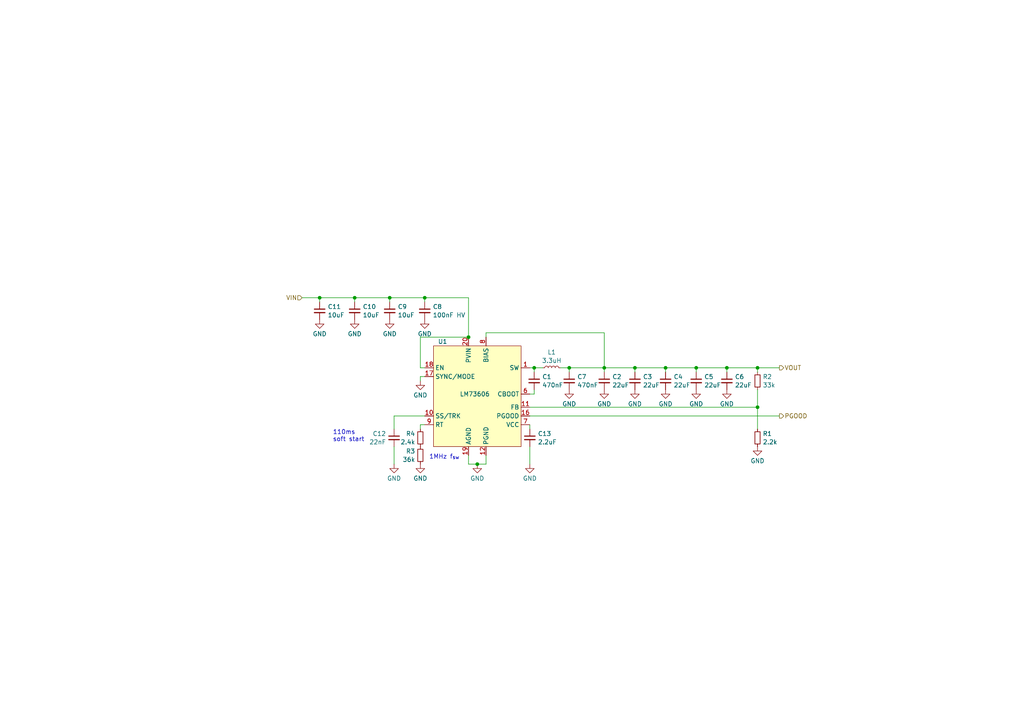
<source format=kicad_sch>
(kicad_sch (version 20230121) (generator eeschema)
  (paper "A4")
  (lib_symbols
    (symbol "Device:C_Small" (pin_numbers hide) (pin_names (offset 0.254) hide)
      (property "Reference" "C" (at 0.254 1.778 0))
      (property "Value" "C_Small" (at 0.254 -2.032 0))
      (symbol "C_Small_0_1"
        (polyline (pts (xy -1.524 -0.508) (xy 1.524 -0.508)) (stroke (width 0.3302)))
        (polyline (pts (xy -1.524 0.508) (xy 1.524 0.508)) (stroke (width 0.3048)))
      )
      (symbol "C_Small_1_1"
        (pin passive line (at 0 2.54 270) (length 2.032) (name "~") (number "1"))
        (pin passive line (at 0 -2.54 90) (length 2.032) (name "~") (number "2"))
      )
    )
    (symbol "Device:L_Small" (pin_numbers hide) (pin_names (offset 0.254) hide)
      (property "Reference" "L" (at 0.762 1.016 0))
      (property "Value" "L_Small" (at 0.762 -1.016 0))
      (symbol "L_Small_0_1"
        (arc (start 0 -2.032) (mid 0.5058 -1.524) (end 0 -1.016))
        (arc (start 0 -1.016) (mid 0.5058 -0.508) (end 0 0))
        (arc (start 0 0) (mid 0.5058 0.508) (end 0 1.016))
        (arc (start 0 1.016) (mid 0.5058 1.524) (end 0 2.032))
      )
      (symbol "L_Small_1_1"
        (pin passive line (at 0 2.54 270) (length 0.508) (name "~") (number "1"))
        (pin passive line (at 0 -2.54 90) (length 0.508) (name "~") (number "2"))
      )
    )
    (symbol "Device:R_Small" (pin_numbers hide) (pin_names (offset 0.254) hide)
      (property "Reference" "R" (at 0.762 0.508 0))
      (property "Value" "R_Small" (at 0.762 -1.016 0))
      (symbol "R_Small_0_1"
        (rectangle (start -0.762 1.778) (end 0.762 -1.778) (stroke (width 0.2032)))
      )
      (symbol "R_Small_1_1"
        (pin passive line (at 0 2.54 270) (length 0.762) (name "~") (number "1"))
        (pin passive line (at 0 -2.54 90) (length 0.762) (name "~") (number "2"))
      )
    )
    (symbol "Power_Management_TI:LM73606"
      (property "Reference" "U" (at -11.43 15.24 0))
      (property "Value" "LM73606" (at 0 0 0))
      (symbol "LM73606_0_0"
        (pin output line (at 15.24 7.62 180) (length 2.54) (name "SW") (number "1"))
        (pin input line (at -15.24 -6.35 0) (length 2.54) (name "SS/TRK") (number "10"))
        (pin input line (at 15.24 -3.81 180) (length 2.54) (name "FB") (number "11"))
        (pin power_in line (at 2.54 -17.78 90) (length 2.54) (name "PGND") (number "12"))
        (pin output line (at 15.24 -6.35 180) (length 2.54) (name "PGOOD") (number "16"))
        (pin input line (at -15.24 5.08 0) (length 2.54) (name "SYNC/MODE") (number "17"))
        (pin input line (at -15.24 7.62 0) (length 2.54) (name "EN") (number "18"))
        (pin power_in line (at -2.54 -17.78 90) (length 2.54) (name "AGND") (number "19"))
        (pin power_in line (at -2.54 16.51 270) (length 2.54) (name "PVIN") (number "20"))
        (pin power_in line (at 15.24 0 180) (length 2.54) (name "CBOOT") (number "6"))
        (pin power_in line (at 2.54 16.51 270) (length 2.54) (name "BIAS") (number "8"))
        (pin input line (at -15.24 -8.89 0) (length 2.54) (name "RT") (number "9"))
      )
      (symbol "LM73606_1_0"
        (pin power_in line (at 2.54 -17.78 90) (length 2.54) hide (name "PGND") (number "13"))
        (pin power_in line (at 2.54 -17.78 90) (length 2.54) hide (name "PGND") (number "14"))
        (pin power_in line (at 2.54 -17.78 90) (length 2.54) hide (name "PGND") (number "15"))
        (pin passive line (at 15.24 7.62 180) (length 2.54) hide (name "SW") (number "2"))
        (pin power_in line (at -2.54 16.51 270) (length 2.54) hide (name "PVIN") (number "21"))
        (pin power_in line (at -2.54 16.51 270) (length 2.54) hide (name "PVIN") (number "22"))
        (pin power_in line (at 2.54 -17.78 90) (length 2.54) hide (name "PGND") (number "23"))
        (pin power_in line (at 2.54 -17.78 90) (length 2.54) hide (name "PGND") (number "24"))
        (pin power_in line (at 2.54 -17.78 90) (length 2.54) hide (name "PGND") (number "25"))
        (pin power_in line (at 2.54 -17.78 90) (length 2.54) hide (name "PGND") (number "26"))
        (pin power_in line (at 2.54 -17.78 90) (length 2.54) hide (name "PGND") (number "27"))
        (pin power_in line (at 2.54 -17.78 90) (length 2.54) hide (name "PGND") (number "28"))
        (pin power_in line (at 2.54 -17.78 90) (length 2.54) hide (name "PGND") (number "29"))
        (pin passive line (at 15.24 7.62 180) (length 2.54) hide (name "SW") (number "3"))
        (pin power_in line (at 2.54 -17.78 90) (length 2.54) hide (name "PGND") (number "30"))
        (pin power_in line (at 2.54 -17.78 90) (length 2.54) hide (name "PGND") (number "31"))
        (pin passive line (at 15.24 7.62 180) (length 2.54) hide (name "SW") (number "4"))
        (pin passive line (at 15.24 7.62 180) (length 2.54) hide (name "SW") (number "5"))
        (pin power_out line (at 15.24 -8.89 180) (length 2.54) (name "VCC") (number "7"))
      )
      (symbol "LM73606_1_1"
        (rectangle (start -12.7 13.97) (end 12.7 -15.24) (fill (type background)))
      )
    )
    (symbol "power:GND" (power) (pin_names (offset 0))
      (property "Value" "GND" (at 0 -3.81 0))
      (symbol "GND_0_1"
        (polyline (pts (xy 0 0) (xy 0 -1.27) (xy 1.27 -1.27) (xy 0 -2.54) (xy -1.27 -1.27) (xy 0 -1.27)))
      )
      (symbol "GND_1_1"
        (pin power_in line (at 0 0 270) (length 0) hide (name "GND") (number "1"))
      )
    )
  )
  (junction (at 210.82 106.68))
  (junction (at 184.15 106.68))
  (junction (at 135.89 97.79))
  (junction (at 123.19 86.36))
  (junction (at 113.03 86.36))
  (junction (at 92.71 86.36))
  (junction (at 193.04 106.68))
  (junction (at 175.26 106.68))
  (junction (at 219.71 106.68))
  (junction (at 165.1 106.68))
  (junction (at 102.87 86.36))
  (junction (at 154.94 106.68))
  (junction (at 201.93 106.68))
  (junction (at 219.71 118.11))
  (junction (at 138.43 134.62))
  (wire (pts (xy 135.89 134.62) (xy 138.43 134.62)))
  (wire (pts (xy 153.67 123.19) (xy 153.67 124.46)))
  (wire (pts (xy 121.92 123.19) (xy 123.19 123.19)))
  (wire (pts (xy 175.26 96.52) (xy 175.26 106.68)))
  (wire (pts (xy 140.97 96.52) (xy 175.26 96.52)))
  (wire (pts (xy 114.3 129.54) (xy 114.3 134.62)))
  (wire (pts (xy 121.92 97.79) (xy 135.89 97.79)))
  (wire (pts (xy 102.87 86.36) (xy 102.87 87.63)))
  (wire (pts (xy 121.92 110.49) (xy 121.92 109.22)))
  (wire (pts (xy 184.15 106.68) (xy 184.15 107.95)))
  (wire (pts (xy 114.3 120.65) (xy 114.3 124.46)))
  (wire (pts (xy 154.94 106.68) (xy 154.94 107.95)))
  (wire (pts (xy 162.56 106.68) (xy 165.1 106.68)))
  (wire (pts (xy 113.03 86.36) (xy 102.87 86.36)))
  (wire (pts (xy 135.89 132.08) (xy 135.89 134.62)))
  (wire (pts (xy 210.82 106.68) (xy 210.82 107.95)))
  (wire (pts (xy 153.67 114.3) (xy 154.94 114.3)))
  (wire (pts (xy 153.67 106.68) (xy 154.94 106.68)))
  (wire (pts (xy 210.82 106.68) (xy 219.71 106.68)))
  (wire (pts (xy 201.93 106.68) (xy 201.93 107.95)))
  (wire (pts (xy 123.19 87.63) (xy 123.19 86.36)))
  (wire (pts (xy 121.92 109.22) (xy 123.19 109.22)))
  (wire (pts (xy 165.1 106.68) (xy 165.1 107.95)))
  (wire (pts (xy 219.71 113.03) (xy 219.71 118.11)))
  (wire (pts (xy 175.26 106.68) (xy 175.26 107.95)))
  (wire (pts (xy 113.03 86.36) (xy 113.03 87.63)))
  (wire (pts (xy 165.1 106.68) (xy 175.26 106.68)))
  (wire (pts (xy 123.19 86.36) (xy 135.89 86.36)))
  (wire (pts (xy 140.97 97.79) (xy 140.97 96.52)))
  (wire (pts (xy 193.04 106.68) (xy 201.93 106.68)))
  (wire (pts (xy 138.43 134.62) (xy 140.97 134.62)))
  (wire (pts (xy 113.03 86.36) (xy 123.19 86.36)))
  (wire (pts (xy 154.94 106.68) (xy 157.48 106.68)))
  (wire (pts (xy 123.19 120.65) (xy 114.3 120.65)))
  (wire (pts (xy 121.92 106.68) (xy 123.19 106.68)))
  (wire (pts (xy 219.71 106.68) (xy 226.06 106.68)))
  (wire (pts (xy 121.92 106.68) (xy 121.92 97.79)))
  (wire (pts (xy 153.67 129.54) (xy 153.67 134.62)))
  (wire (pts (xy 193.04 106.68) (xy 193.04 107.95)))
  (wire (pts (xy 175.26 106.68) (xy 184.15 106.68)))
  (wire (pts (xy 135.89 86.36) (xy 135.89 97.79)))
  (wire (pts (xy 92.71 86.36) (xy 92.71 87.63)))
  (wire (pts (xy 219.71 107.95) (xy 219.71 106.68)))
  (wire (pts (xy 184.15 106.68) (xy 193.04 106.68)))
  (wire (pts (xy 121.92 124.46) (xy 121.92 123.19)))
  (wire (pts (xy 201.93 106.68) (xy 210.82 106.68)))
  (wire (pts (xy 140.97 134.62) (xy 140.97 132.08)))
  (wire (pts (xy 102.87 86.36) (xy 92.71 86.36)))
  (wire (pts (xy 153.67 120.65) (xy 226.06 120.65)))
  (wire (pts (xy 153.67 118.11) (xy 219.71 118.11)))
  (wire (pts (xy 87.63 86.36) (xy 92.71 86.36)))
  (wire (pts (xy 219.71 118.11) (xy 219.71 124.46)))
  (wire (pts (xy 154.94 113.03) (xy 154.94 114.3)))
  (text "110ms\nsoft start" (at 96.52 128.27 0) (effects (font (size 1.27 1.27)) (justify left bottom)))
  (text "1MHz f_{sw}" (at 124.46 133.35 0) (effects (font (size 1.27 1.27)) (justify left bottom)))
  (hierarchical_label "VIN" (shape input) (at 87.63 86.36 180))
  (hierarchical_label "VOUT" (shape output) (at 226.06 106.68 0))
  (hierarchical_label "PGOOD" (shape output) (at 226.06 120.65 0))
  (symbol (lib_id "power:GND") (at 153.67 134.62 0) (unit 1)
    (property "Reference" "#PWR016" (effects hide))
    (property "Value" "GND" (at 153.67 138.7531 0))
    (instances (project "T41-USB-C-PSU" (path "" (reference "#PWR016") (unit 1)) (path "" (reference "#PWR09") (unit 1))))
  )
  (symbol (lib_id "Device:C_Small") (at 154.94 110.49 0) (unit 1)
    (property "Reference" "C1" (at 157.2641 109.2842 0) (effects (justify left)))
    (property "Value" "470nF" (at 157.2641 111.7084 0) (effects (justify left)))
    (property "Footprint" "Capacitor_SMD:C_0603_1608Metric" (effects hide))
    (property "LCSC" "C1623" (effects hide))
  )
  (symbol (lib_id "Device:C_Small") (at 201.93 110.49 0) (unit 1)
    (property "Reference" "C5" (at 204.2541 109.2842 0) (effects (justify left)))
    (property "Value" "22uF" (at 204.2541 111.7084 0) (effects (justify left)))
    (property "Footprint" "Capacitor_SMD:C_0805_2012Metric" (effects hide))
    (property "LCSC" "C45783" (effects hide))
  )
  (symbol (lib_id "power:GND") (at 121.92 110.49 0) (unit 1)
    (property "Reference" "#PWR07" (effects hide))
    (property "Value" "GND" (at 121.92 114.6231 0))
    (instances (project "T41-USB-C-PSU" (path "" (reference "#PWR07") (unit 1)) (path "" (reference "#PWR05") (unit 1))))
  )
  (symbol (lib_id "Device:R_Small") (at 219.71 110.49 0) (unit 1)
    (property "Reference" "R2" (at 221.2086 109.2779 0) (effects (justify left)))
    (property "Value" "33k" (at 221.2086 111.7021 0) (effects (justify left)))
    (property "Footprint" "Resistor_SMD:R_0402_1005Metric" (effects hide))
    (property "LCSC" "C25779" (effects hide))
  )
  (symbol (lib_id "Device:C_Small") (at 92.71 90.17 0) (unit 1)
    (property "Reference" "C11" (at 95.0341 88.9642 0) (effects (justify left)))
    (property "Value" "10uF" (at 95.0341 91.3884 0) (effects (justify left)))
    (property "Footprint" "Capacitor_SMD:C_0805_2012Metric" (effects hide))
    (property "LCSC" "C440198" (effects hide))
  )
  (symbol (lib_id "Device:R_Small") (at 121.92 132.08 0) (mirror x) (unit 1)
    (property "Reference" "R3" (at 120.4214 130.8679 0) (effects (justify right)))
    (property "Value" "36k" (at 120.4214 133.2921 0) (effects (justify right)))
    (property "Footprint" "Resistor_SMD:R_0603_1608Metric" (effects hide))
    (property "LCSC" "C23147" (effects hide))
  )
  (symbol (lib_id "power:GND") (at 201.93 113.03 0) (unit 1)
    (property "Reference" "#PWR02" (effects hide))
    (property "Value" "GND" (at 201.93 117.1631 0))
    (instances (project "T41-USB-C-PSU" (path "" (reference "#PWR02") (unit 1)) (path "" (reference "#PWR014") (unit 1))))
  )
  (symbol (lib_id "power:GND") (at 113.03 92.71 0) (unit 1)
    (property "Reference" "#PWR011" (effects hide))
    (property "Value" "GND" (at 113.03 96.8431 0))
    (instances (project "T41-USB-C-PSU" (path "" (reference "#PWR011") (unit 1)) (path "" (reference "#PWR03") (unit 1))))
  )
  (symbol (lib_id "power:GND") (at 123.19 92.71 0) (unit 1)
    (property "Reference" "#PWR010" (effects hide))
    (property "Value" "GND" (at 123.19 96.8431 0))
    (instances (project "T41-USB-C-PSU" (path "" (reference "#PWR010") (unit 1)) (path "" (reference "#PWR07") (unit 1))))
  )
  (symbol (lib_id "Device:C_Small") (at 114.3 127 0) (mirror y) (unit 1)
    (property "Reference" "C12" (at 111.9759 125.7942 0) (effects (justify left)))
    (property "Value" "22nF" (at 111.9759 128.2184 0) (effects (justify left)))
    (property "Footprint" "Capacitor_SMD:C_0402_1005Metric" (effects hide))
    (property "LCSC" "C1532" (effects hide))
  )
  (symbol (lib_id "power:GND") (at 92.71 92.71 0) (unit 1)
    (property "Reference" "#PWR013" (effects hide))
    (property "Value" "GND" (at 92.71 96.8431 0))
    (instances (project "T41-USB-C-PSU" (path "" (reference "#PWR013") (unit 1)) (path "" (reference "#PWR01") (unit 1))))
  )
  (symbol (lib_id "power:GND") (at 138.43 134.62 0) (unit 1)
    (property "Reference" "#PWR06" (effects hide))
    (property "Value" "GND" (at 138.43 138.7531 0))
    (instances (project "T41-USB-C-PSU" (path "" (reference "#PWR06") (unit 1)) (path "" (reference "#PWR08") (unit 1))))
  )
  (symbol (lib_id "power:GND") (at 121.92 134.62 0) (unit 1)
    (property "Reference" "#PWR014" (effects hide))
    (property "Value" "GND" (at 121.92 138.7531 0))
    (instances (project "T41-USB-C-PSU" (path "" (reference "#PWR014") (unit 1)) (path "" (reference "#PWR06") (unit 1))))
  )
  (symbol (lib_id "Device:C_Small") (at 123.19 90.17 0) (unit 1)
    (property "Reference" "C8" (at 125.5141 88.9642 0) (effects (justify left)))
    (property "Value" "100nF HV" (at 125.5141 91.3884 0) (effects (justify left)))
    (property "Footprint" "Capacitor_SMD:C_0603_1608Metric" (effects hide))
    (property "LCSC" "C14663" (effects hide))
  )
  (symbol (lib_id "power:GND") (at 102.87 92.71 0) (unit 1)
    (property "Reference" "#PWR012" (effects hide))
    (property "Value" "GND" (at 102.87 96.8431 0))
    (instances (project "T41-USB-C-PSU" (path "" (reference "#PWR012") (unit 1)) (path "" (reference "#PWR02") (unit 1))))
  )
  (symbol (lib_id "power:GND") (at 193.04 113.03 0) (unit 1)
    (property "Reference" "#PWR03" (effects hide))
    (property "Value" "GND" (at 193.04 117.1631 0))
    (instances (project "T41-USB-C-PSU" (path "" (reference "#PWR03") (unit 1)) (path "" (reference "#PWR013") (unit 1))))
  )
  (symbol (lib_id "power:GND") (at 175.26 113.03 0) (unit 1)
    (property "Reference" "#PWR05" (effects hide))
    (property "Value" "GND" (at 175.26 117.1631 0))
    (instances (project "T41-USB-C-PSU" (path "" (reference "#PWR05") (unit 1)) (path "" (reference "#PWR011") (unit 1))))
  )
  (symbol (lib_id "power:GND") (at 184.15 113.03 0) (unit 1)
    (property "Reference" "#PWR04" (effects hide))
    (property "Value" "GND" (at 184.15 117.1631 0))
    (instances (project "T41-USB-C-PSU" (path "" (reference "#PWR04") (unit 1)) (path "" (reference "#PWR012") (unit 1))))
  )
  (symbol (lib_id "power:GND") (at 114.3 134.62 0) (unit 1)
    (property "Reference" "#PWR015" (effects hide))
    (property "Value" "GND" (at 114.3 138.7531 0))
    (instances (project "T41-USB-C-PSU" (path "" (reference "#PWR015") (unit 1)) (path "" (reference "#PWR04") (unit 1))))
  )
  (symbol (lib_id "Device:C_Small") (at 165.1 110.49 0) (unit 1)
    (property "Reference" "C7" (at 167.4241 109.2842 0) (effects (justify left)))
    (property "Value" "470nF" (at 167.4241 111.7084 0) (effects (justify left)))
    (property "Footprint" "Capacitor_SMD:C_0603_1608Metric" (effects hide))
    (property "LCSC" "C1623" (effects hide))
  )
  (symbol (lib_id "Device:C_Small") (at 193.04 110.49 0) (unit 1)
    (property "Reference" "C4" (at 195.3641 109.2842 0) (effects (justify left)))
    (property "Value" "22uF" (at 195.3641 111.7084 0) (effects (justify left)))
    (property "Footprint" "Capacitor_SMD:C_0805_2012Metric" (effects hide))
    (property "LCSC" "C45783" (effects hide))
  )
  (symbol (lib_id "Device:R_Small") (at 121.92 127 0) (mirror y) (unit 1)
    (property "Reference" "R4" (at 120.4214 125.7879 0) (effects (justify left)))
    (property "Value" "2.4k" (at 120.4214 128.2121 0) (effects (justify left)))
    (property "Footprint" "Resistor_SMD:R_0402_1005Metric" (effects hide))
    (property "LCSC" "C25882" (effects hide))
  )
  (symbol (lib_id "Device:C_Small") (at 210.82 110.49 0) (unit 1)
    (property "Reference" "C6" (at 213.1441 109.2842 0) (effects (justify left)))
    (property "Value" "22uF" (at 213.1441 111.7084 0) (effects (justify left)))
    (property "Footprint" "Capacitor_SMD:C_0805_2012Metric" (effects hide))
    (property "LCSC" "C45783" (effects hide))
  )
  (symbol (lib_id "power:GND") (at 219.71 129.54 0) (unit 1)
    (property "Reference" "#PWR09" (effects hide))
    (property "Value" "GND" (at 219.71 133.6731 0))
    (instances (project "T41-USB-C-PSU" (path "" (reference "#PWR09") (unit 1)) (path "" (reference "#PWR016") (unit 1))))
  )
  (symbol (lib_id "Device:C_Small") (at 113.03 90.17 0) (unit 1)
    (property "Reference" "C9" (at 115.3541 88.9642 0) (effects (justify left)))
    (property "Value" "10uF" (at 115.3541 91.3884 0) (effects (justify left)))
    (property "Footprint" "Capacitor_SMD:C_0805_2012Metric" (effects hide))
    (property "LCSC" "C440198" (effects hide))
  )
  (symbol (lib_id "power:GND") (at 165.1 113.03 0) (unit 1)
    (property "Reference" "#PWR08" (effects hide))
    (property "Value" "GND" (at 165.1 117.1631 0))
    (instances (project "T41-USB-C-PSU" (path "" (reference "#PWR08") (unit 1)) (path "" (reference "#PWR010") (unit 1))))
  )
  (symbol (lib_id "Device:C_Small") (at 153.67 127 0) (unit 1)
    (property "Reference" "C13" (at 155.9941 125.7942 0) (effects (justify left)))
    (property "Value" "2.2uF" (at 155.9941 128.2184 0) (effects (justify left)))
    (property "Footprint" "Capacitor_SMD:C_0402_1005Metric" (effects hide))
    (property "LCSC" "C12530" (effects hide))
  )
  (symbol (lib_id "Device:C_Small") (at 175.26 110.49 0) (unit 1)
    (property "Reference" "C2" (at 177.5841 109.2842 0) (effects (justify left)))
    (property "Value" "22uF" (at 177.5841 111.7084 0) (effects (justify left)))
    (property "Footprint" "Capacitor_SMD:C_0805_2012Metric" (effects hide))
    (property "LCSC" "C45783" (effects hide))
  )
  (symbol (lib_id "Device:L_Small") (at 160.02 106.68 90) (unit 1)
    (property "Reference" "L1" (at 160.02 102.1569 90))
    (property "Value" "3.3uH" (at 160.02 104.5811 90))
    (property "Footprint" "Inductor_SMD:L_Sunlord_MWSA0804S" (effects hide))
    (property "LCSC" "C542330" (effects hide))
  )
  (symbol (lib_id "Device:C_Small") (at 102.87 90.17 0) (unit 1)
    (property "Reference" "C10" (at 105.1941 88.9642 0) (effects (justify left)))
    (property "Value" "10uF" (at 105.1941 91.3884 0) (effects (justify left)))
    (property "Footprint" "Capacitor_SMD:C_0805_2012Metric" (effects hide))
    (property "LCSC" "C440198" (effects hide))
  )
  (symbol (lib_id "Device:R_Small") (at 219.71 127 0) (unit 1)
    (property "Reference" "R1" (at 221.2086 125.7879 0) (effects (justify left)))
    (property "Value" "2.2k" (at 221.2086 128.2121 0) (effects (justify left)))
    (property "Footprint" "Resistor_SMD:R_0402_1005Metric" (effects hide))
    (property "LCSC" "C25879" (effects hide))
  )
  (symbol (lib_id "Power_Management_TI:LM73606") (at 138.43 114.3 0) (unit 1)
    (property "Reference" "U1" (at 127 99.06 0) (effects (justify left)))
    (property "Value" "LM73606" (at 133.35 114.3 0) (effects (justify left)))
    (property "Footprint" "Package_Texas:WQFN-30-4x6mm-EP2.2x4.6mm_P0.5mm" (effects hide))
    (property "Datasheet" "https://www.ti.com/lit/ds/symlink/lm73606.pdf" (effects hide))
    (property "LCSC" "C2072140" (effects hide))
  )
  (symbol (lib_id "power:GND") (at 210.82 113.03 0) (unit 1)
    (property "Reference" "#PWR01" (effects hide))
    (property "Value" "GND" (at 210.82 117.1631 0))
    (instances (project "T41-USB-C-PSU" (path "" (reference "#PWR01") (unit 1)) (path "" (reference "#PWR015") (unit 1))))
  )
  (symbol (lib_id "Device:C_Small") (at 184.15 110.49 0) (unit 1)
    (property "Reference" "C3" (at 186.4741 109.2842 0) (effects (justify left)))
    (property "Value" "22uF" (at 186.4741 111.7084 0) (effects (justify left)))
    (property "Footprint" "Capacitor_SMD:C_0805_2012Metric" (effects hide))
    (property "LCSC" "C45783" (effects hide))
  )
)
</source>
